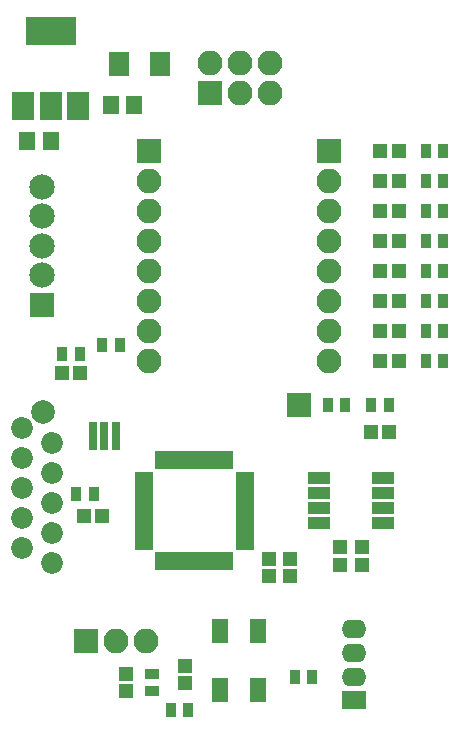
<source format=gts>
G04 #@! TF.GenerationSoftware,KiCad,Pcbnew,(5.99.0-492-g30da2b31e)*
G04 #@! TF.CreationDate,2019-12-10T20:34:04+01:00*
G04 #@! TF.ProjectId,Feeder,46656564-6572-42e6-9b69-6361645f7063,0.1*
G04 #@! TF.SameCoordinates,Original*
G04 #@! TF.FileFunction,Soldermask,Top*
G04 #@! TF.FilePolarity,Negative*
%FSLAX46Y46*%
G04 Gerber Fmt 4.6, Leading zero omitted, Abs format (unit mm)*
G04 Created by KiCad (PCBNEW (5.99.0-492-g30da2b31e)) date 2019-12-10 20:34:04*
%MOMM*%
%LPD*%
G04 APERTURE LIST*
%ADD10C,2.150000*%
%ADD11R,2.150000X2.150000*%
%ADD12R,1.950000X1.000000*%
%ADD13R,2.100000X2.100000*%
%ADD14O,2.100000X2.100000*%
%ADD15R,1.150000X1.200000*%
%ADD16R,1.200000X1.150000*%
%ADD17R,1.400000X1.650000*%
%ADD18O,2.100000X1.600000*%
%ADD19R,2.100000X1.600000*%
%ADD20R,1.700000X2.100000*%
%ADD21R,1.000000X1.600000*%
%ADD22R,1.600000X1.000000*%
%ADD23R,1.200000X1.200000*%
%ADD24R,1.400000X2.000000*%
%ADD25R,0.700000X2.400000*%
%ADD26C,1.850000*%
%ADD27C,2.000000*%
%ADD28R,0.900000X1.300000*%
%ADD29R,1.300000X0.900000*%
%ADD30R,1.900000X2.400000*%
%ADD31R,4.200000X2.400000*%
G04 APERTURE END LIST*
D10*
X153500000Y-64000000D03*
X153500000Y-66500000D03*
X153500000Y-69000000D03*
X153500000Y-71500000D03*
D11*
X153500000Y-74000000D03*
D12*
X182300000Y-88695000D03*
X182300000Y-89965000D03*
X182300000Y-91235000D03*
X182300000Y-92505000D03*
X176900000Y-92505000D03*
X176900000Y-91235000D03*
X176900000Y-89965000D03*
X176900000Y-88695000D03*
D13*
X175200000Y-82500000D03*
D14*
X162280000Y-102460000D03*
X159740000Y-102460000D03*
D13*
X157200000Y-102460000D03*
D15*
X178700000Y-96050000D03*
X178700000Y-94550000D03*
D16*
X181350000Y-84800000D03*
X182850000Y-84800000D03*
D15*
X165600000Y-104550000D03*
X165600000Y-106050000D03*
D16*
X156650000Y-79800000D03*
X155150000Y-79800000D03*
D15*
X160600000Y-105250000D03*
X160600000Y-106750000D03*
X172650000Y-95500000D03*
X172650000Y-97000000D03*
X174450000Y-97000000D03*
X174450000Y-95500000D03*
D16*
X158550000Y-91900000D03*
X157050000Y-91900000D03*
D15*
X180600000Y-96050000D03*
X180600000Y-94550000D03*
D17*
X154200000Y-60100000D03*
X152200000Y-60100000D03*
X161300000Y-57100000D03*
X159300000Y-57100000D03*
D18*
X179900000Y-101500000D03*
X179900000Y-103500000D03*
X179900000Y-105500000D03*
D19*
X179900000Y-107500000D03*
D20*
X163450000Y-53600000D03*
X159950000Y-53600000D03*
D21*
X163570000Y-87190000D03*
X164370000Y-87190000D03*
X165170000Y-87190000D03*
X165970000Y-87190000D03*
X166770000Y-87190000D03*
X167570000Y-87190000D03*
X168370000Y-87190000D03*
X169170000Y-87190000D03*
D22*
X170620000Y-88640000D03*
X170620000Y-89440000D03*
X170620000Y-90240000D03*
X170620000Y-91040000D03*
X170620000Y-91840000D03*
X170620000Y-92640000D03*
X170620000Y-93440000D03*
X170620000Y-94240000D03*
D21*
X169170000Y-95690000D03*
X168370000Y-95690000D03*
X167570000Y-95690000D03*
X166770000Y-95690000D03*
X165970000Y-95690000D03*
X165170000Y-95690000D03*
X164370000Y-95690000D03*
X163570000Y-95690000D03*
D22*
X162120000Y-94240000D03*
X162120000Y-93440000D03*
X162120000Y-92640000D03*
X162120000Y-91840000D03*
X162120000Y-91040000D03*
X162120000Y-90240000D03*
X162120000Y-89440000D03*
X162120000Y-88640000D03*
D23*
X182080000Y-71120000D03*
X183680000Y-71120000D03*
X183680000Y-63500000D03*
X182080000Y-63500000D03*
X182080000Y-66040000D03*
X183680000Y-66040000D03*
X183680000Y-68580000D03*
X182080000Y-68580000D03*
X182080000Y-73660000D03*
X183680000Y-73660000D03*
X183680000Y-76200000D03*
X182080000Y-76200000D03*
X182080000Y-78740000D03*
X183680000Y-78740000D03*
X183680000Y-60960000D03*
X182080000Y-60960000D03*
D24*
X168580000Y-106640000D03*
X171780000Y-106640000D03*
X168580000Y-101640000D03*
X171780000Y-101640000D03*
D25*
X159700000Y-85090000D03*
X158750000Y-85090000D03*
X157800000Y-85090000D03*
D26*
X151765000Y-84455000D03*
X154305000Y-85725000D03*
X151765000Y-86995000D03*
X154305000Y-88265000D03*
X151765000Y-89535000D03*
X154305000Y-90805000D03*
X151765000Y-92075000D03*
X154305000Y-93345000D03*
X151765000Y-94615000D03*
X154305000Y-95885000D03*
D27*
X153565000Y-83055000D03*
D14*
X172740000Y-53500000D03*
X172740000Y-56040000D03*
X170200000Y-53500000D03*
X170200000Y-56040000D03*
X167660000Y-53500000D03*
D13*
X167660000Y-56040000D03*
D28*
X185940000Y-66040000D03*
X187440000Y-66040000D03*
X158550000Y-77400000D03*
X160050000Y-77400000D03*
X157850000Y-90050000D03*
X156350000Y-90050000D03*
X187440000Y-78740000D03*
X185940000Y-78740000D03*
X185940000Y-76200000D03*
X187440000Y-76200000D03*
X187440000Y-68580000D03*
X185940000Y-68580000D03*
X185940000Y-73660000D03*
X187440000Y-73660000D03*
X187440000Y-71120000D03*
X185940000Y-71120000D03*
X156650000Y-78200000D03*
X155150000Y-78200000D03*
X179150000Y-82500000D03*
X177650000Y-82500000D03*
X181350000Y-82500000D03*
X182850000Y-82500000D03*
X187440000Y-63500000D03*
X185940000Y-63500000D03*
X185940000Y-60960000D03*
X187440000Y-60960000D03*
X164350000Y-108300000D03*
X165850000Y-108300000D03*
D29*
X162800000Y-106750000D03*
X162800000Y-105250000D03*
D28*
X174850000Y-105500000D03*
X176350000Y-105500000D03*
D13*
X162560000Y-60960000D03*
D14*
X162560000Y-63500000D03*
X162560000Y-66040000D03*
X162560000Y-68580000D03*
X162560000Y-71120000D03*
X162560000Y-73660000D03*
X162560000Y-76200000D03*
X162560000Y-78740000D03*
X177800000Y-78740000D03*
X177800000Y-76200000D03*
X177800000Y-73660000D03*
X177800000Y-71120000D03*
X177800000Y-68580000D03*
X177800000Y-66040000D03*
X177800000Y-63500000D03*
D13*
X177800000Y-60960000D03*
D30*
X151900000Y-57150000D03*
X156500000Y-57150000D03*
X154200000Y-57150000D03*
D31*
X154200000Y-50850000D03*
M02*

</source>
